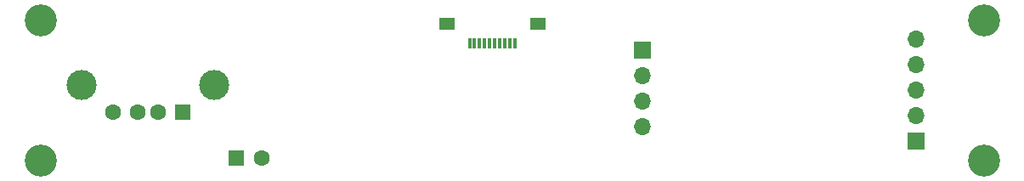
<source format=gbr>
%TF.GenerationSoftware,KiCad,Pcbnew,8.0.0*%
%TF.CreationDate,2024-02-26T11:34:36-08:00*%
%TF.ProjectId,gotek-breakout,676f7465-6b2d-4627-9265-616b6f75742e,rev?*%
%TF.SameCoordinates,Original*%
%TF.FileFunction,Soldermask,Bot*%
%TF.FilePolarity,Negative*%
%FSLAX46Y46*%
G04 Gerber Fmt 4.6, Leading zero omitted, Abs format (unit mm)*
G04 Created by KiCad (PCBNEW 8.0.0) date 2024-02-26 11:34:36*
%MOMM*%
%LPD*%
G01*
G04 APERTURE LIST*
%ADD10R,1.600000X1.500000*%
%ADD11C,1.600000*%
%ADD12C,3.000000*%
%ADD13R,1.700000X1.700000*%
%ADD14O,1.700000X1.700000*%
%ADD15C,3.200000*%
%ADD16R,1.600000X1.600000*%
%ADD17R,0.300000X1.000000*%
%ADD18R,1.650000X1.300000*%
G04 APERTURE END LIST*
D10*
%TO.C,J2*%
X64200000Y-52160000D03*
D11*
X61700000Y-52160000D03*
X59700000Y-52160000D03*
X57200000Y-52160000D03*
D12*
X67270000Y-49450000D03*
X54130000Y-49450000D03*
%TD*%
D13*
%TO.C,J4*%
X137250000Y-55075000D03*
D14*
X137250000Y-52535000D03*
X137250000Y-49995000D03*
X137250000Y-47455000D03*
X137250000Y-44915000D03*
%TD*%
D15*
%TO.C,H1*%
X50000000Y-43000000D03*
%TD*%
D16*
%TO.C,C1*%
X69544887Y-56750000D03*
D11*
X72044887Y-56750000D03*
%TD*%
D15*
%TO.C,H4*%
X144000000Y-57000000D03*
%TD*%
D13*
%TO.C,J3*%
X110000000Y-46000000D03*
D14*
X110000000Y-48540000D03*
X110000000Y-51080000D03*
X110000000Y-53620000D03*
%TD*%
D15*
%TO.C,H3*%
X144000000Y-43000000D03*
%TD*%
%TO.C,H2*%
X50000000Y-57000000D03*
%TD*%
D17*
%TO.C,J1*%
X92750000Y-45275000D03*
X93250000Y-45275000D03*
X93750000Y-45275000D03*
X94250000Y-45275000D03*
X94750000Y-45275000D03*
X95250000Y-45275000D03*
X95750000Y-45275000D03*
X96250000Y-45275000D03*
X96750000Y-45275000D03*
X97250000Y-45275000D03*
D18*
X90475000Y-43375000D03*
X99525000Y-43375000D03*
%TD*%
M02*

</source>
